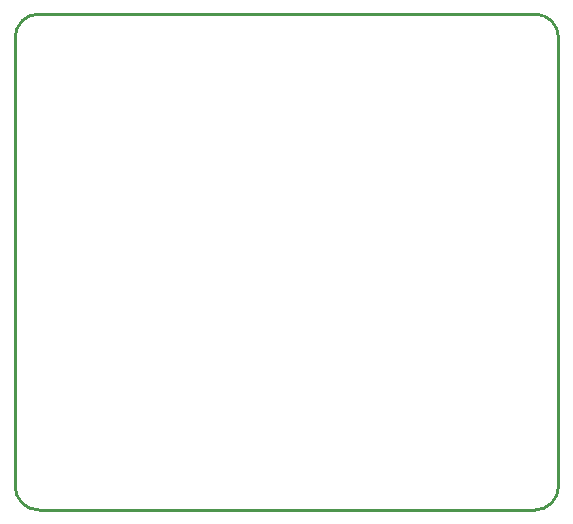
<source format=gm1>
G04*
G04 #@! TF.GenerationSoftware,Altium Limited,Altium Designer,24.10.1 (45)*
G04*
G04 Layer_Color=16711935*
%FSLAX44Y44*%
%MOMM*%
G71*
G04*
G04 #@! TF.SameCoordinates,369B9CB0-29D8-4664-9DD5-51349DE9450A*
G04*
G04*
G04 #@! TF.FilePolarity,Positive*
G04*
G01*
G75*
%ADD10C,0.2540*%
D10*
X472000Y365000D02*
G03*
X452000Y385000I-20000J0D01*
G01*
Y-35000D02*
G03*
X472000Y-15000I0J20000D01*
G01*
X32000Y385000D02*
G03*
X12000Y365000I0J-20000D01*
G01*
Y-15000D02*
G03*
X32000Y-35000I20000J0D01*
G01*
X452000D01*
X32000Y385000D02*
X452000D01*
X472000Y-15000D02*
Y365000D01*
X12000Y-15000D02*
Y365000D01*
M02*

</source>
